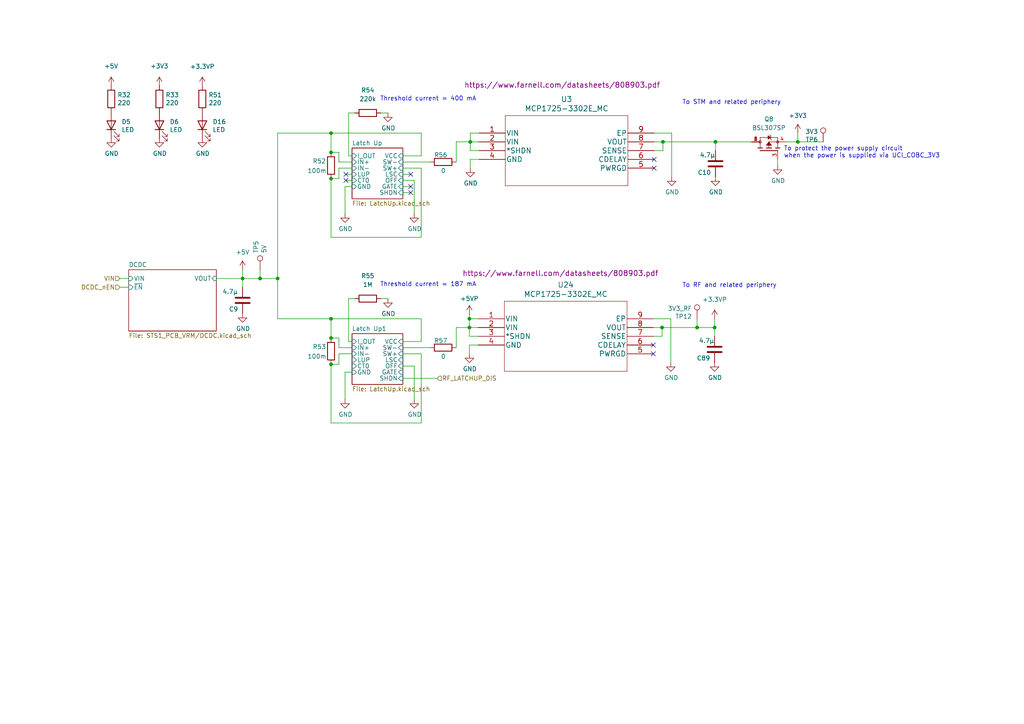
<source format=kicad_sch>
(kicad_sch (version 20211123) (generator eeschema)
  (paper "A4")
  (lib_symbols
    (symbol "Connector:TestPoint" (pin_numbers hide) (pin_names (offset 0.762) hide)
      (property "Reference" "TP" (at 0 6.858 0))
      (property "Value" "TestPoint" (at 0 5.08 0))
      (symbol "TestPoint_0_1"
        (circle (center 0 3.302) (radius 0.762))
      )
      (symbol "TestPoint_1_1"
        (pin passive line (at 0 0 90) (length 2.54) (name "1") (number "1"))
      )
    )
    (symbol "Device:C" (pin_numbers hide) (pin_names (offset 0.254))
      (property "Reference" "C" (at 0.635 2.54 0))
      (property "Value" "C" (at 0.635 -2.54 0))
      (symbol "C_0_1"
        (polyline (pts (xy -2.032 -0.762) (xy 2.032 -0.762)) (stroke (width 0.508)))
        (polyline (pts (xy -2.032 0.762) (xy 2.032 0.762)) (stroke (width 0.508)))
      )
      (symbol "C_1_1"
        (pin passive line (at 0 3.81 270) (length 2.794) (name "~") (number "1"))
        (pin passive line (at 0 -3.81 90) (length 2.794) (name "~") (number "2"))
      )
    )
    (symbol "Device:LED" (pin_numbers hide) (pin_names (offset 1.016) hide)
      (property "Reference" "D" (at 0 2.54 0))
      (property "Value" "LED" (at 0 -2.54 0))
      (symbol "LED_0_1"
        (polyline (pts (xy -1.27 -1.27) (xy -1.27 1.27)) (stroke (width 0.254)))
        (polyline (pts (xy -1.27 0) (xy 1.27 0)))
        (polyline (pts (xy 1.27 -1.27) (xy 1.27 1.27) (xy -1.27 0) (xy 1.27 -1.27)) (stroke (width 0.254)))
        (polyline (pts (xy -3.048 -0.762) (xy -4.572 -2.286) (xy -3.81 -2.286) (xy -4.572 -2.286) (xy -4.572 -1.524)))
        (polyline (pts (xy -1.778 -0.762) (xy -3.302 -2.286) (xy -2.54 -2.286) (xy -3.302 -2.286) (xy -3.302 -1.524)))
      )
      (symbol "LED_1_1"
        (pin passive line (at -3.81 0 0) (length 2.54) (name "K") (number "1"))
        (pin passive line (at 3.81 0 180) (length 2.54) (name "A") (number "2"))
      )
    )
    (symbol "Device:R" (pin_numbers hide) (pin_names (offset 0))
      (property "Reference" "R" (at 2.032 0 90))
      (property "Value" "R" (at 0 0 90))
      (symbol "R_0_1"
        (rectangle (start -1.016 -2.54) (end 1.016 2.54) (stroke (width 0.254)))
      )
      (symbol "R_1_1"
        (pin passive line (at 0 3.81 270) (length 1.27) (name "~") (number "1"))
        (pin passive line (at 0 -3.81 90) (length 1.27) (name "~") (number "2"))
      )
    )
    (symbol "STS1_3V3:MCP1725-3302E_MC" (pin_names (offset 0.254))
      (property "Reference" "U" (at 25.4 10.16 0))
      (property "Value" "MCP1725-3302E_MC" (at 25.4 7.62 0))
      (symbol "MCP1725-3302E_MC_1_1"
        (polyline (pts (xy 7.62 -15.24) (xy 43.18 -15.24)) (stroke (width 0.127)))
        (polyline (pts (xy 7.62 5.08) (xy 7.62 -15.24)) (stroke (width 0.127)))
        (polyline (pts (xy 43.18 -15.24) (xy 43.18 5.08)) (stroke (width 0.127)))
        (polyline (pts (xy 43.18 5.08) (xy 7.62 5.08)) (stroke (width 0.127)))
        (pin input line (at 0 0 0) (length 7.62) (name "VIN") (number "1"))
        (pin input line (at 0 -2.54 0) (length 7.62) (name "VIN") (number "2"))
        (pin input line (at 0 -5.08 0) (length 7.62) (name "*SHDN") (number "3"))
        (pin input line (at 0 -7.62 0) (length 7.62) (name "GND") (number "4"))
        (pin output line (at 50.8 -10.16 180) (length 7.62) (name "PWRGD") (number "5"))
        (pin input line (at 50.8 -7.62 180) (length 7.62) (name "CDELAY") (number "6"))
        (pin input line (at 50.8 -5.08 180) (length 7.62) (name "SENSE") (number "7"))
        (pin output line (at 50.8 -2.54 180) (length 7.62) (name "VOUT") (number "8"))
        (pin input line (at 50.8 0 180) (length 7.62) (name "EP") (number "9"))
      )
    )
    (symbol "STS1_COBC_V2-rescue:BSL307SP" (pin_names (offset 1.016))
      (property "Reference" "Q" (at -11.43 -1.27 0))
      (property "Value" "BSL307SP" (at -11.43 -3.81 0))
      (symbol "BSL307SP_0_0"
        (polyline (pts (xy 0 -2.54) (xy 0 2.54)) (stroke (width 0.254)))
        (polyline (pts (xy 0.762 -3.175) (xy 0.762 -2.54)) (stroke (width 0.254)))
        (polyline (pts (xy 0.762 -2.54) (xy 0.762 -1.905)) (stroke (width 0.254)))
        (polyline (pts (xy 0.762 -2.54) (xy 3.81 -2.54)) (stroke (width 0.1524)))
        (polyline (pts (xy 0.762 -0.762) (xy 0.762 0)) (stroke (width 0.254)))
        (polyline (pts (xy 0.762 0) (xy 0.762 0.762)) (stroke (width 0.254)))
        (polyline (pts (xy 0.762 0) (xy 2.54 0)) (stroke (width 0.1524)))
        (polyline (pts (xy 0.762 1.905) (xy 0.762 2.54)) (stroke (width 0.254)))
        (polyline (pts (xy 0.762 2.54) (xy 0.762 3.175)) (stroke (width 0.254)))
        (polyline (pts (xy 2.54 0) (xy 2.54 2.54)) (stroke (width 0.1524)))
        (polyline (pts (xy 2.54 2.54) (xy 0.762 2.54)) (stroke (width 0.1524)))
        (polyline (pts (xy 2.54 2.54) (xy 3.81 2.54)) (stroke (width 0.1524)))
        (polyline (pts (xy 3.048 0.762) (xy 3.302 0.508)) (stroke (width 0.1524)))
        (polyline (pts (xy 3.302 0.508) (xy 3.81 0.508)) (stroke (width 0.1524)))
        (polyline (pts (xy 3.81 -2.54) (xy 3.81 0.508)) (stroke (width 0.1524)))
        (polyline (pts (xy 3.81 0.508) (xy 3.81 2.54)) (stroke (width 0.1524)))
        (polyline (pts (xy 3.81 0.508) (xy 4.318 0.508)) (stroke (width 0.1524)))
        (polyline (pts (xy 4.318 0.508) (xy 4.572 0.254)) (stroke (width 0.1524)))
        (polyline (pts (xy 2.54 0) (xy 1.524 0.762) (xy 1.524 -0.762) (xy 2.54 0)) (stroke (width 0.1524)) (fill (type outline)))
        (polyline (pts (xy 3.81 0.508) (xy 4.318 -0.254) (xy 3.302 -0.254) (xy 3.81 0.508)) (stroke (width 0.1524)) (fill (type outline)))
        (circle (center 2.54 -2.54) (radius 0.3592))
        (circle (center 2.54 2.54) (radius 0.3592))
        (pin passive line (at 2.54 -5.08 90) (length 2.54) (name "~") (number "1"))
        (pin passive line (at 2.54 -5.08 90) (length 2.54) (name "~") (number "2"))
        (pin passive line (at -2.54 2.54 0) (length 2.54) (name "~") (number "3"))
        (pin passive line (at 2.54 5.08 270) (length 2.54) (name "~") (number "4"))
        (pin passive line (at 2.54 -5.08 90) (length 2.54) (name "~") (number "5"))
        (pin passive line (at 2.54 -5.08 90) (length 2.54) (name "~") (number "6"))
      )
    )
    (symbol "power:+3.3VP" (power) (pin_names (offset 0))
      (property "Value" "+3.3VP" (at 0 2.54 0))
      (symbol "+3.3VP_0_0"
        (pin power_in line (at 0 0 90) (length 0) hide (name "+3.3VP") (number "1"))
      )
      (symbol "+3.3VP_0_1"
        (polyline (pts (xy -0.762 1.27) (xy 0 2.54)))
        (polyline (pts (xy 0 0) (xy 0 2.54)))
        (polyline (pts (xy 0 2.54) (xy 0.762 1.27)))
      )
    )
    (symbol "power:+3V3" (power) (pin_names (offset 0))
      (property "Value" "+3V3" (at 0 3.556 0))
      (symbol "+3V3_0_1"
        (polyline (pts (xy -0.762 1.27) (xy 0 2.54)))
        (polyline (pts (xy 0 0) (xy 0 2.54)))
        (polyline (pts (xy 0 2.54) (xy 0.762 1.27)))
      )
      (symbol "+3V3_1_1"
        (pin power_in line (at 0 0 90) (length 0) hide (name "+3V3") (number "1"))
      )
    )
    (symbol "power:+5V" (power) (pin_names (offset 0))
      (property "Value" "+5V" (at 0 3.556 0))
      (symbol "+5V_0_1"
        (polyline (pts (xy -0.762 1.27) (xy 0 2.54)))
        (polyline (pts (xy 0 0) (xy 0 2.54)))
        (polyline (pts (xy 0 2.54) (xy 0.762 1.27)))
      )
      (symbol "+5V_1_1"
        (pin power_in line (at 0 0 90) (length 0) hide (name "+5V") (number "1"))
      )
    )
    (symbol "power:+5VP" (power) (pin_names (offset 0))
      (property "Value" "+5VP" (at 0 3.556 0))
      (symbol "+5VP_0_1"
        (polyline (pts (xy -0.762 1.27) (xy 0 2.54)))
        (polyline (pts (xy 0 0) (xy 0 2.54)))
        (polyline (pts (xy 0 2.54) (xy 0.762 1.27)))
      )
      (symbol "+5VP_1_1"
        (pin power_in line (at 0 0 90) (length 0) hide (name "+5VP") (number "1"))
      )
    )
    (symbol "power:GND" (power) (pin_names (offset 0))
      (property "Value" "GND" (at 0 -3.81 0))
      (symbol "GND_0_1"
        (polyline (pts (xy 0 0) (xy 0 -1.27) (xy 1.27 -1.27) (xy 0 -2.54) (xy -1.27 -1.27) (xy 0 -1.27)))
      )
      (symbol "GND_1_1"
        (pin power_in line (at 0 0 270) (length 0) hide (name "GND") (number "1"))
      )
    )
  )
  (junction (at 96.012 38.608))
  (junction (at 192.024 94.996))
  (junction (at 75.438 80.772))
  (junction (at 207.518 41.148))
  (junction (at 136.144 94.996))
  (junction (at 192.278 41.148))
  (junction (at 70.358 80.772))
  (junction (at 136.144 92.456))
  (junction (at 96.012 92.456))
  (junction (at 231.394 41.148))
  (junction (at 202.184 94.996))
  (junction (at 96.012 51.816))
  (junction (at 207.264 94.996))
  (junction (at 136.398 41.148))
  (junction (at 96.012 105.664))
  (junction (at 96.012 44.196))
  (junction (at 96.012 98.044))
  (junction (at 80.518 80.772))
  (no_connect (at 189.738 46.228))
  (no_connect (at 100.33 50.546))
  (no_connect (at 189.738 48.768))
  (no_connect (at 189.484 102.616))
  (no_connect (at 119.126 55.88))
  (no_connect (at 100.33 52.324))
  (no_connect (at 119.126 54.102))
  (no_connect (at 189.484 100.076))
  (no_connect (at 119.126 50.546))
  (wire (pts (xy 102.108 99.06) (xy 101.092 99.06)))
  (wire (pts (xy 102.108 100.838) (xy 98.298 100.838)))
  (wire (pts (xy 194.818 38.608) (xy 194.818 51.308)))
  (wire (pts (xy 194.564 92.456) (xy 194.564 105.156)))
  (wire (pts (xy 116.84 102.616) (xy 122.174 102.616)))
  (wire (pts (xy 70.358 80.772) (xy 70.358 83.312)))
  (wire (pts (xy 80.518 38.608) (xy 96.012 38.608)))
  (wire (pts (xy 62.738 80.772) (xy 70.358 80.772)))
  (wire (pts (xy 192.278 41.148) (xy 207.518 41.148)))
  (wire (pts (xy 132.334 94.996) (xy 136.144 94.996)))
  (wire (pts (xy 136.398 38.608) (xy 138.938 38.608)))
  (wire (pts (xy 120.142 61.976) (xy 120.142 52.324)))
  (wire (pts (xy 136.144 97.536) (xy 136.144 94.996)))
  (wire (pts (xy 138.684 100.076) (xy 136.144 100.076)))
  (wire (pts (xy 132.334 100.838) (xy 132.334 94.996)))
  (wire (pts (xy 100.33 50.546) (xy 102.108 50.546)))
  (wire (pts (xy 189.738 43.688) (xy 192.278 43.688)))
  (wire (pts (xy 238.76 41.148) (xy 231.394 41.148)))
  (wire (pts (xy 120.142 52.324) (xy 116.84 52.324)))
  (wire (pts (xy 80.518 92.456) (xy 96.012 92.456)))
  (wire (pts (xy 138.684 97.536) (xy 136.144 97.536)))
  (wire (pts (xy 138.938 46.228) (xy 136.398 46.228)))
  (wire (pts (xy 98.298 51.816) (xy 98.298 48.768)))
  (wire (pts (xy 116.84 45.212) (xy 122.174 45.212)))
  (wire (pts (xy 116.84 48.768) (xy 122.174 48.768)))
  (wire (pts (xy 132.334 41.148) (xy 136.398 41.148)))
  (wire (pts (xy 207.518 41.148) (xy 217.932 41.148)))
  (wire (pts (xy 136.398 46.228) (xy 136.398 48.768)))
  (wire (pts (xy 136.144 92.456) (xy 138.684 92.456)))
  (wire (pts (xy 192.278 43.688) (xy 192.278 41.148)))
  (wire (pts (xy 100.076 54.102) (xy 100.076 61.976)))
  (wire (pts (xy 192.024 97.536) (xy 192.024 94.996)))
  (wire (pts (xy 96.012 44.196) (xy 98.298 44.196)))
  (wire (pts (xy 96.012 51.816) (xy 98.298 51.816)))
  (wire (pts (xy 98.298 48.768) (xy 102.108 48.768)))
  (wire (pts (xy 75.438 78.232) (xy 75.438 80.772)))
  (wire (pts (xy 116.84 46.99) (xy 124.714 46.99)))
  (wire (pts (xy 207.264 92.456) (xy 207.264 94.996)))
  (wire (pts (xy 136.144 100.076) (xy 136.144 102.616)))
  (wire (pts (xy 101.092 45.212) (xy 102.108 45.212)))
  (wire (pts (xy 96.012 105.664) (xy 98.298 105.664)))
  (wire (pts (xy 110.49 86.614) (xy 112.522 86.614)))
  (wire (pts (xy 110.49 32.766) (xy 112.522 32.766)))
  (wire (pts (xy 96.012 122.682) (xy 96.012 105.664)))
  (wire (pts (xy 80.518 80.772) (xy 80.518 92.456)))
  (wire (pts (xy 202.184 92.456) (xy 202.184 94.996)))
  (wire (pts (xy 136.144 91.186) (xy 136.144 92.456)))
  (wire (pts (xy 116.84 99.06) (xy 122.174 99.06)))
  (wire (pts (xy 100.33 52.324) (xy 102.108 52.324)))
  (wire (pts (xy 136.398 41.148) (xy 138.938 41.148)))
  (wire (pts (xy 136.398 38.608) (xy 136.398 41.148)))
  (wire (pts (xy 116.84 55.88) (xy 119.126 55.88)))
  (wire (pts (xy 189.484 94.996) (xy 192.024 94.996)))
  (wire (pts (xy 136.144 92.456) (xy 136.144 94.996)))
  (wire (pts (xy 34.798 80.772) (xy 37.338 80.772)))
  (wire (pts (xy 207.264 94.996) (xy 207.264 97.536)))
  (wire (pts (xy 189.484 97.536) (xy 192.024 97.536)))
  (wire (pts (xy 122.174 48.768) (xy 122.174 68.834)))
  (wire (pts (xy 136.398 43.688) (xy 136.398 41.148)))
  (wire (pts (xy 98.298 102.616) (xy 102.108 102.616)))
  (wire (pts (xy 116.84 109.728) (xy 126.746 109.728)))
  (wire (pts (xy 202.184 94.996) (xy 207.264 94.996)))
  (wire (pts (xy 102.108 54.102) (xy 100.076 54.102)))
  (wire (pts (xy 122.174 38.608) (xy 96.012 38.608)))
  (wire (pts (xy 228.092 41.148) (xy 231.394 41.148)))
  (wire (pts (xy 98.298 100.838) (xy 98.298 98.044)))
  (wire (pts (xy 122.174 122.682) (xy 96.012 122.682)))
  (wire (pts (xy 102.108 107.95) (xy 100.076 107.95)))
  (wire (pts (xy 101.092 86.614) (xy 101.092 99.06)))
  (wire (pts (xy 189.484 92.456) (xy 194.564 92.456)))
  (wire (pts (xy 120.142 115.824) (xy 120.142 106.172)))
  (wire (pts (xy 75.438 80.772) (xy 70.358 80.772)))
  (wire (pts (xy 70.358 80.772) (xy 70.358 78.232)))
  (wire (pts (xy 116.84 100.838) (xy 124.714 100.838)))
  (wire (pts (xy 96.012 98.044) (xy 98.298 98.044)))
  (wire (pts (xy 98.298 46.99) (xy 98.298 44.196)))
  (wire (pts (xy 101.092 32.766) (xy 101.092 45.212)))
  (wire (pts (xy 120.142 106.172) (xy 116.84 106.172)))
  (wire (pts (xy 207.518 41.148) (xy 207.518 43.688)))
  (wire (pts (xy 122.174 68.834) (xy 96.012 68.834)))
  (wire (pts (xy 100.076 107.95) (xy 100.076 115.824)))
  (wire (pts (xy 116.84 50.546) (xy 119.126 50.546)))
  (wire (pts (xy 136.144 94.996) (xy 138.684 94.996)))
  (wire (pts (xy 189.738 41.148) (xy 192.278 41.148)))
  (wire (pts (xy 189.738 38.608) (xy 194.818 38.608)))
  (wire (pts (xy 122.174 45.212) (xy 122.174 38.608)))
  (wire (pts (xy 101.092 86.614) (xy 102.87 86.614)))
  (wire (pts (xy 80.518 80.772) (xy 80.518 38.608)))
  (wire (pts (xy 101.092 32.766) (xy 102.87 32.766)))
  (wire (pts (xy 192.024 94.996) (xy 202.184 94.996)))
  (wire (pts (xy 231.394 38.608) (xy 231.394 41.148)))
  (wire (pts (xy 98.298 105.664) (xy 98.298 102.616)))
  (wire (pts (xy 122.174 92.456) (xy 96.012 92.456)))
  (wire (pts (xy 102.108 46.99) (xy 98.298 46.99)))
  (wire (pts (xy 138.938 43.688) (xy 136.398 43.688)))
  (wire (pts (xy 116.84 54.102) (xy 119.126 54.102)))
  (wire (pts (xy 225.552 46.228) (xy 225.552 48.006)))
  (wire (pts (xy 96.012 38.608) (xy 96.012 44.196)))
  (wire (pts (xy 132.334 46.99) (xy 132.334 41.148)))
  (wire (pts (xy 75.438 80.772) (xy 80.518 80.772)))
  (wire (pts (xy 96.012 92.456) (xy 96.012 98.044)))
  (wire (pts (xy 96.012 68.834) (xy 96.012 51.816)))
  (wire (pts (xy 122.174 102.616) (xy 122.174 122.682)))
  (wire (pts (xy 34.798 83.312) (xy 37.338 83.312)))
  (wire (pts (xy 122.174 99.06) (xy 122.174 92.456)))
  (text "Threshold current = 400 mA" (at 110.236 29.464 0) (effects (font (size 1.27 1.27)) (justify left bottom)))
  (text "Threshold current = 187 mA" (at 110.236 83.312 0) (effects (font (size 1.27 1.27)) (justify left bottom)))
  (text "To protect the power supply circuit\nwhen the power is supplied via UCI_COBC_3V3" (at 227.33 45.974 0) (effects (font (size 1.27 1.27)) (justify left bottom)))
  (text "To RF and related periphery" (at 197.866 83.566 0) (effects (font (size 1.27 1.27)) (justify left bottom)))
  (text "To STM and related periphery" (at 197.866 30.48 0) (effects (font (size 1.27 1.27)) (justify left bottom)))
  (hierarchical_label "RF_LATCHUP_DIS" (shape input) (at 126.746 109.728 0))
  (hierarchical_label "VIN" (shape input) (at 34.798 80.772 180))
  (hierarchical_label "DCDC_nEN" (shape input) (at 34.798 83.312 180))
  (symbol (lib_id "STS1_3V3:MCP1725-3302E_MC") (at 138.938 38.608 0) (unit 1)
    (property "Reference" "U3" (at 164.338 28.7782 0) (effects (font (size 1.524 1.524))))
    (property "Value" "MCP1725-3302E_MC" (at 164.338 31.4706 0) (effects (font (size 1.524 1.524))))
    (property "Footprint" "STS1_3V3:MCP1725-3302E&slash_MC" (effects hide))
    (property "Datasheet" "https://www.farnell.com/datasheets/808903.pdf" (at 163.068 24.638 0) (effects (font (size 1.524 1.524))))
  )
  (symbol (lib_id "Device:C") (at 70.358 87.122 180) (unit 1)
    (property "Reference" "C9" (at 69.088 89.662 0) (effects (justify left)))
    (property "Value" "4.7µ" (at 69.088 84.582 0) (effects (justify left)))
    (property "Footprint" "Capacitor_SMD:C_0603_1608Metric" (effects hide))
  )
  (symbol (lib_id "power:GND") (at 70.358 90.932 0) (unit 1)
    (property "Reference" "#PWR030" (effects hide))
    (property "Value" "GND" (at 70.485 95.3262 0))
  )
  (symbol (lib_id "power:GND") (at 136.398 48.768 0) (unit 1)
    (property "Reference" "#PWR031" (effects hide))
    (property "Value" "GND" (at 136.525 53.1622 0))
  )
  (symbol (lib_id "Device:C") (at 207.518 47.498 180) (unit 1)
    (property "Reference" "C10" (at 206.248 50.038 0) (effects (justify left)))
    (property "Value" "4.7µ" (at 207.518 44.958 0) (effects (justify left)))
    (property "Footprint" "Capacitor_SMD:C_0603_1608Metric" (effects hide))
  )
  (symbol (lib_id "Connector:TestPoint") (at 75.438 78.232 0) (unit 1) (in_bom no)
    (property "Reference" "TP5" (at 74.2696 73.4568 90) (effects (justify left)))
    (property "Value" "5V" (at 76.581 73.4568 90) (effects (justify left)))
    (property "Footprint" "STS1library:STS1_Testpoint" (effects hide))
  )
  (symbol (lib_id "Device:R") (at 106.68 86.614 90) (unit 1)
    (property "Reference" "R55" (at 106.68 80.01 90))
    (property "Value" "1M" (at 106.68 82.55 90))
    (property "Footprint" "Resistor_SMD:R_0603_1608Metric" (effects hide))
  )
  (symbol (lib_id "Device:LED") (at 58.674 36.322 90) (unit 1)
    (property "Reference" "D16" (at 61.6712 35.3314 90) (effects (justify right)))
    (property "Value" "LED" (at 61.6712 37.6428 90) (effects (justify right)))
    (property "Footprint" "LED_SMD:LED_0805_2012Metric" (effects hide))
  )
  (symbol (lib_id "power:GND") (at 100.076 115.824 0) (unit 1)
    (property "Reference" "#PWR033" (effects hide))
    (property "Value" "GND" (at 100.203 120.2182 0))
  )
  (symbol (lib_id "Device:C") (at 207.264 101.346 180) (unit 1)
    (property "Reference" "C89" (at 205.994 103.886 0) (effects (justify left)))
    (property "Value" "4.7µ" (at 207.264 98.806 0) (effects (justify left)))
    (property "Footprint" "Capacitor_SMD:C_0603_1608Metric" (effects hide))
  )
  (symbol (lib_id "Device:R") (at 46.228 28.702 0) (unit 1)
    (property "Reference" "R33" (at 48.006 27.5336 0) (effects (justify left)))
    (property "Value" "220" (at 48.006 29.845 0) (effects (justify left)))
    (property "Footprint" "Resistor_SMD:R_0603_1608Metric" (effects hide))
  )
  (symbol (lib_id "power:+3.3VP") (at 207.264 92.456 0) (unit 1)
    (property "Reference" "#PWR048" (effects hide))
    (property "Value" "+3.3VP" (at 207.264 86.868 0))
  )
  (symbol (lib_id "power:+3V3") (at 46.228 24.892 0) (unit 1)
    (property "Reference" "#PWR037" (effects hide))
    (property "Value" "+3V3" (at 46.228 19.177 0))
  )
  (symbol (lib_id "Device:LED") (at 32.258 36.322 90) (unit 1)
    (property "Reference" "D5" (at 35.2552 35.3314 90) (effects (justify right)))
    (property "Value" "LED" (at 35.2552 37.6428 90) (effects (justify right)))
    (property "Footprint" "LED_SMD:LED_0805_2012Metric" (effects hide))
  )
  (symbol (lib_id "Device:R") (at 128.524 46.99 90) (unit 1)
    (property "Reference" "R56" (at 129.794 44.958 90) (effects (justify left)))
    (property "Value" "0" (at 129.286 49.53 90) (effects (justify left)))
    (property "Footprint" "Resistor_SMD:R_0603_1608Metric" (effects hide))
  )
  (symbol (lib_id "STS1_COBC_V2-rescue:BSL307SP") (at 223.012 43.688 270) (mirror x) (unit 1)
    (property "Reference" "Q8" (at 223.012 34.544 90))
    (property "Value" "BSL307SP" (at 223.012 37.084 90))
    (property "Footprint" "Package_SO:TSOP-6_1.65x3.05mm_P0.95mm" (effects hide))
    (property "MF" "Infineon Technologies" (effects hide))
    (property "Description" "\nP-Channel 30 V 5.5A (Ta) 2W (Ta) Surface Mount PG-TSOP-6-1\n" (effects hide))
    (property "Package" "TSOT-23-6 Infineon" (effects hide))
    (property "Price" "None" (effects hide))
    (property "SnapEDA_Link" "https://www.snapeda.com/parts/BSL307SP/Infineon+Technologies/view-part/?ref=snap" (effects hide))
    (property "MP" "BSL307SP" (effects hide))
    (property "Purchase-URL" "https://www.snapeda.com/api/url_track_click_mouser/?unipart_id=578225&manufacturer=Infineon Technologies&part_name=BSL307SP&search_term=None" (effects hide))
    (property "Availability" "In Stock" (effects hide))
    (property "Check_prices" "https://www.snapeda.com/parts/BSL307SP/Infineon+Technologies/view-part/?ref=eda" (effects hide))
  )
  (symbol (lib_id "power:+5V") (at 70.358 78.232 0) (unit 1)
    (property "Reference" "#PWR0135" (effects hide))
    (property "Value" "+5V" (at 70.358 73.152 0))
  )
  (symbol (lib_id "Device:R") (at 96.012 48.006 0) (unit 1)
    (property "Reference" "R52" (at 90.678 46.736 0) (effects (justify left)))
    (property "Value" "100m" (at 89.154 49.53 0) (effects (justify left)))
    (property "Footprint" "Resistor_SMD:R_0603_1608Metric" (effects hide))
  )
  (symbol (lib_id "power:GND") (at 46.228 40.132 0) (unit 1)
    (property "Reference" "#PWR038" (effects hide))
    (property "Value" "GND" (at 46.355 44.5262 0))
  )
  (symbol (lib_id "power:GND") (at 100.076 61.976 0) (unit 1)
    (property "Reference" "#PWR032" (effects hide))
    (property "Value" "GND" (at 100.203 66.3702 0))
  )
  (symbol (lib_id "Device:R") (at 128.524 100.838 90) (unit 1)
    (property "Reference" "R57" (at 129.794 98.806 90) (effects (justify left)))
    (property "Value" "0" (at 129.286 103.378 90) (effects (justify left)))
    (property "Footprint" "Resistor_SMD:R_0603_1608Metric" (effects hide))
  )
  (symbol (lib_id "power:+5VP") (at 136.144 91.186 0) (unit 1)
    (property "Reference" "#PWR0133" (effects hide))
    (property "Value" "+5VP" (at 136.144 86.614 0))
  )
  (symbol (lib_id "power:GND") (at 58.674 40.132 0) (unit 1)
    (property "Reference" "#PWR023" (effects hide))
    (property "Value" "GND" (at 58.801 44.5262 0))
  )
  (symbol (lib_id "Device:R") (at 96.012 101.854 0) (unit 1)
    (property "Reference" "R53" (at 90.678 100.584 0) (effects (justify left)))
    (property "Value" "100m" (at 89.154 103.378 0) (effects (justify left)))
    (property "Footprint" "Resistor_SMD:R_0603_1608Metric" (effects hide))
  )
  (symbol (lib_id "power:+5V") (at 32.258 24.892 0) (unit 1)
    (property "Reference" "#PWR028" (effects hide))
    (property "Value" "+5V" (at 32.258 19.177 0))
  )
  (symbol (lib_id "STS1_3V3:MCP1725-3302E_MC") (at 138.684 92.456 0) (unit 1)
    (property "Reference" "U24" (at 164.084 82.6262 0) (effects (font (size 1.524 1.524))))
    (property "Value" "MCP1725-3302E_MC" (at 164.084 85.3186 0) (effects (font (size 1.524 1.524))))
    (property "Footprint" "STS1_3V3:MCP1725-3302E&slash_MC" (effects hide))
    (property "Datasheet" "https://www.farnell.com/datasheets/808903.pdf" (at 162.56 79.248 0) (effects (font (size 1.524 1.524))))
  )
  (symbol (lib_id "power:GND") (at 120.142 61.976 0) (unit 1)
    (property "Reference" "#PWR036" (effects hide))
    (property "Value" "GND" (at 120.269 66.3702 0))
  )
  (symbol (lib_id "power:GND") (at 225.552 48.006 0) (unit 1)
    (property "Reference" "#PWR054" (effects hide))
    (property "Value" "GND" (at 225.679 52.4002 0))
  )
  (symbol (lib_id "Device:R") (at 106.68 32.766 90) (unit 1)
    (property "Reference" "R54" (at 106.68 26.162 90))
    (property "Value" "220k" (at 106.68 28.702 90))
    (property "Footprint" "Resistor_SMD:R_0603_1608Metric" (effects hide))
  )
  (symbol (lib_id "power:GND") (at 194.818 51.308 0) (unit 1)
    (property "Reference" "#PWR0136" (effects hide))
    (property "Value" "GND" (at 194.945 55.7022 0))
  )
  (symbol (lib_id "power:GND") (at 32.258 40.132 0) (unit 1)
    (property "Reference" "#PWR029" (effects hide))
    (property "Value" "GND" (at 32.385 44.5262 0))
  )
  (symbol (lib_id "power:+3.3VP") (at 58.674 24.892 0) (unit 1)
    (property "Reference" "#PWR022" (effects hide))
    (property "Value" "+3.3VP" (at 58.674 19.304 0))
  )
  (symbol (lib_id "power:GND") (at 207.518 51.308 0) (unit 1)
    (property "Reference" "#PWR0141" (effects hide))
    (property "Value" "GND" (at 207.645 55.7022 0))
  )
  (symbol (lib_id "power:GND") (at 120.142 115.824 0) (unit 1)
    (property "Reference" "#PWR041" (effects hide))
    (property "Value" "GND" (at 120.269 120.2182 0))
  )
  (symbol (lib_id "Device:R") (at 58.674 28.702 0) (unit 1)
    (property "Reference" "R51" (at 60.452 27.5336 0) (effects (justify left)))
    (property "Value" "220" (at 60.452 29.845 0) (effects (justify left)))
    (property "Footprint" "Resistor_SMD:R_0603_1608Metric" (effects hide))
  )
  (symbol (lib_id "power:GND") (at 207.264 105.156 0) (unit 1)
    (property "Reference" "#PWR053" (effects hide))
    (property "Value" "GND" (at 207.391 109.5502 0))
  )
  (symbol (lib_id "Connector:TestPoint") (at 238.76 41.148 0) (unit 1)
    (property "Reference" "TP6" (at 237.2868 40.4876 0) (effects (justify right)))
    (property "Value" "3V3" (at 237.2868 38.1762 0) (effects (justify right)))
    (property "Footprint" "STS1library:STS1_Testpoint" (effects hide))
  )
  (symbol (lib_id "Device:LED") (at 46.228 36.322 90) (unit 1)
    (property "Reference" "D6" (at 49.2252 35.3314 90) (effects (justify right)))
    (property "Value" "LED" (at 49.2252 37.6428 90) (effects (justify right)))
    (property "Footprint" "LED_SMD:LED_0805_2012Metric" (effects hide))
  )
  (symbol (lib_id "Device:R") (at 32.258 28.702 0) (unit 1)
    (property "Reference" "R32" (at 34.036 27.5336 0) (effects (justify left)))
    (property "Value" "220" (at 34.036 29.845 0) (effects (justify left)))
    (property "Footprint" "Resistor_SMD:R_0603_1608Metric" (effects hide))
  )
  (symbol (lib_id "power:GND") (at 112.522 86.614 0) (unit 1)
    (property "Reference" "#PWR035" (effects hide))
    (property "Value" "GND" (at 112.649 91.0082 0))
  )
  (symbol (lib_id "power:+3V3") (at 231.394 38.608 0) (unit 1)
    (property "Reference" "#PWR056" (effects hide))
    (property "Value" "+3V3" (at 231.394 33.528 0))
  )
  (symbol (lib_id "power:GND") (at 194.564 105.156 0) (unit 1)
    (property "Reference" "#PWR044" (effects hide))
    (property "Value" "GND" (at 194.691 109.5502 0))
  )
  (symbol (lib_id "power:GND") (at 112.522 32.766 0) (unit 1)
    (property "Reference" "#PWR034" (effects hide))
    (property "Value" "GND" (at 112.649 37.1602 0))
  )
  (symbol (lib_id "Connector:TestPoint") (at 202.184 92.456 0) (unit 1)
    (property "Reference" "TP12" (at 200.7108 91.7956 0) (effects (justify right)))
    (property "Value" "3V3_RF" (at 200.7108 89.4842 0) (effects (justify right)))
    (property "Footprint" "STS1library:STS1_Testpoint" (effects hide))
  )
  (symbol (lib_id "power:GND") (at 136.144 102.616 0) (unit 1)
    (property "Reference" "#PWR042" (effects hide))
    (property "Value" "GND" (at 136.271 107.0102 0))
  )
  (sheet (at 102.108 42.926) (size 14.732 14.732) (stroke (width 0.1524))
    (property "Sheet name" "Latch Up" (at 102.108 42.2144 0) (effects (justify left bottom)))
    (property "Sheet file" "LatchUp.kicad_sch" (at 102.108 58.2426 0) (effects (justify left top)))
    (pin "CT0" input (at 102.108 52.324 180))
    (pin "LUP" input (at 102.108 50.546 180))
    (pin "OFF" input (at 116.84 52.324 0))
    (pin "LSC" input (at 116.84 50.546 0))
    (pin "IN-" input (at 102.108 48.768 180))
    (pin "IN+" input (at 102.108 46.99 180))
    (pin "GND" input (at 102.108 54.102 180))
    (pin "VCC" input (at 116.84 45.212 0))
    (pin "I_OUT" input (at 102.108 45.212 180))
    (pin "SW+" input (at 116.84 48.768 0))
    (pin "SW-" input (at 116.84 46.99 0))
    (pin "GATE" input (at 116.84 54.102 0))
    (pin "SHDN" input (at 116.84 55.88 0))
  )
  (sheet (at 37.338 78.232) (size 25.4 17.78) (stroke (width 0.1524))
    (property "Sheet name" "DCDC" (at 37.338 77.5204 0) (effects (justify left bottom)))
    (property "Sheet file" "STS1_PCB_VRM/DCDC.kicad_sch" (at 37.338 96.5966 0) (effects (justify left top)))
    (pin "VOUT" input (at 62.738 80.772 0))
    (pin "VIN" input (at 37.338 80.772 180))
    (pin "~{EN}" input (at 37.338 83.312 180))
  )
  (sheet (at 102.108 96.774) (size 14.732 14.732) (stroke (width 0.1524))
    (property "Sheet name" "Latch Up1" (at 102.108 96.0624 0) (effects (justify left bottom)))
    (property "Sheet file" "LatchUp.kicad_sch" (at 102.108 112.0906 0) (effects (justify left top)))
    (pin "CT0" input (at 102.108 106.172 180))
    (pin "LUP" input (at 102.108 104.394 180))
    (pin "OFF" input (at 116.84 106.172 0))
    (pin "LSC" input (at 116.84 104.394 0))
    (pin "IN-" input (at 102.108 102.616 180))
    (pin "IN+" input (at 102.108 100.838 180))
    (pin "GND" input (at 102.108 107.95 180))
    (pin "VCC" input (at 116.84 99.06 0))
    (pin "I_OUT" input (at 102.108 99.06 180))
    (pin "SW+" input (at 116.84 102.616 0))
    (pin "SW-" input (at 116.84 100.838 0))
    (pin "GATE" input (at 116.84 107.95 0))
    (pin "SHDN" input (at 116.84 109.728 0))
  )
)
</source>
